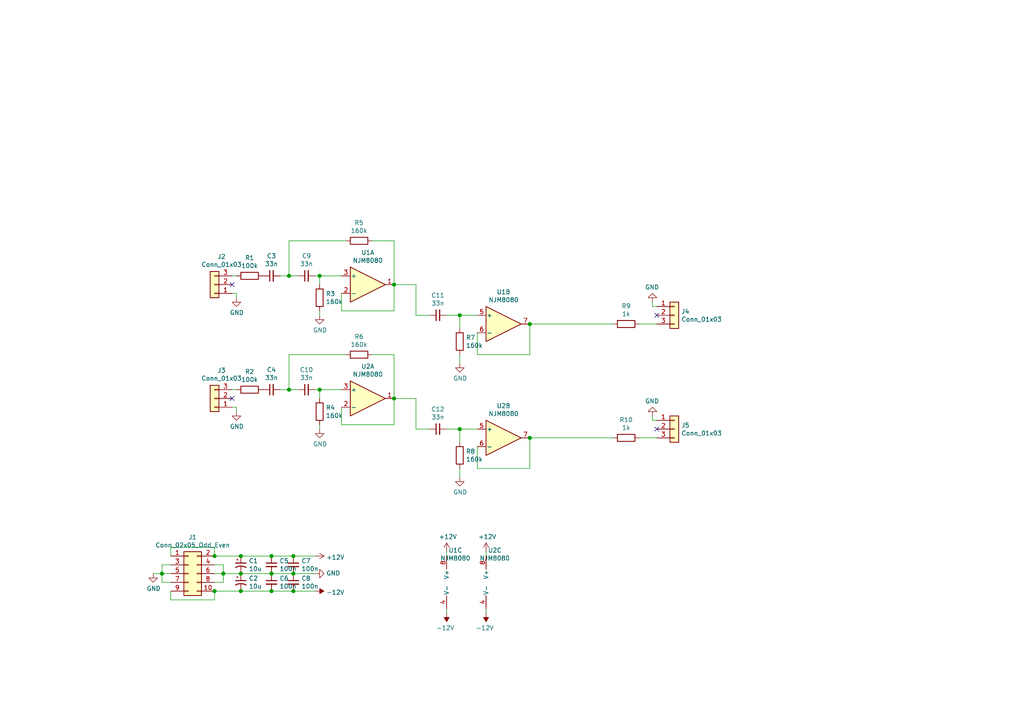
<source format=kicad_sch>
(kicad_sch (version 20200820) (host eeschema "5.99.0-unknown-a97f2fb22~103~ubuntu18.04.1")
  (page 1 1)
  (paper "A4")
  (lib_symbols
    (symbol "Amplifier_Operational:NJM4580" (pin_names (offset 0.127))
      (property "Reference" "U" (at 0 5.08 0))
      (property "Value" "NJM4580" (at 0 -5.08 0))
      (symbol "NJM4580_1_1"
        (polyline (pts (xy -5.08 5.08) (xy 5.08 0) (xy -5.08 -5.08) (xy -5.08 5.08)) (stroke (width 0.254)) (fill (type background)))
        (pin output line (at 7.62 0 180) (length 2.54) (name "~") (number "1"))
        (pin input line (at -7.62 -2.54 0) (length 2.54) (name "-") (number "2"))
        (pin input line (at -7.62 2.54 0) (length 2.54) (name "+") (number "3"))
      )
      (symbol "NJM4580_2_1"
        (polyline (pts (xy -5.08 5.08) (xy 5.08 0) (xy -5.08 -5.08) (xy -5.08 5.08)) (stroke (width 0.254)) (fill (type background)))
        (pin input line (at -7.62 2.54 0) (length 2.54) (name "+") (number "5"))
        (pin input line (at -7.62 -2.54 0) (length 2.54) (name "-") (number "6"))
        (pin output line (at 7.62 0 180) (length 2.54) (name "~") (number "7"))
      )
      (symbol "NJM4580_3_1"
        (pin power_in line (at -2.54 -7.62 90) (length 3.81) (name "V-") (number "4"))
        (pin power_in line (at -2.54 7.62 270) (length 3.81) (name "V+") (number "8"))
      )
    )
    (symbol "Connector_Generic:Conn_01x03" (pin_names hide)
      (property "Reference" "J" (at 0 5.08 0))
      (property "Value" "Conn_01x03" (at 0 -5.08 0))
      (symbol "Conn_01x03_1_1"
        (rectangle (start -1.27 -2.413) (end 0 -2.667) (stroke (width 0.1524)))
        (rectangle (start -1.27 2.667) (end 0 2.413) (stroke (width 0.1524)))
        (rectangle (start -1.27 3.81) (end 1.27 -3.81) (stroke (width 0.254)) (fill (type background)))
        (rectangle (start -1.27 0.127) (end 0 -0.127) (stroke (width 0.1524)))
        (pin passive line (at -5.08 2.54 0) (length 3.81) (name "Pin_1") (number "1"))
        (pin passive line (at -5.08 0 0) (length 3.81) (name "Pin_2") (number "2"))
        (pin passive line (at -5.08 -2.54 0) (length 3.81) (name "Pin_3") (number "3"))
      )
    )
    (symbol "Connector_Generic:Conn_02x05_Odd_Even" (pin_names hide)
      (property "Reference" "J" (at 1.27 7.62 0))
      (property "Value" "Conn_02x05_Odd_Even" (at 1.27 -7.62 0))
      (symbol "Conn_02x05_Odd_Even_1_1"
        (rectangle (start -1.27 -4.953) (end 0 -5.207) (stroke (width 0.1524)))
        (rectangle (start -1.27 -2.413) (end 0 -2.667) (stroke (width 0.1524)))
        (rectangle (start -1.27 2.667) (end 0 2.413) (stroke (width 0.1524)))
        (rectangle (start -1.27 5.207) (end 0 4.953) (stroke (width 0.1524)))
        (rectangle (start -1.27 6.35) (end 3.81 -6.35) (stroke (width 0.254)) (fill (type background)))
        (rectangle (start -1.27 0.127) (end 0 -0.127) (stroke (width 0.1524)))
        (rectangle (start 3.81 -4.953) (end 2.54 -5.207) (stroke (width 0.1524)))
        (rectangle (start 3.81 -2.413) (end 2.54 -2.667) (stroke (width 0.1524)))
        (rectangle (start 3.81 2.667) (end 2.54 2.413) (stroke (width 0.1524)))
        (rectangle (start 3.81 5.207) (end 2.54 4.953) (stroke (width 0.1524)))
        (rectangle (start 3.81 0.127) (end 2.54 -0.127) (stroke (width 0.1524)))
        (pin passive line (at -5.08 5.08 0) (length 3.81) (name "Pin_1") (number "1"))
        (pin passive line (at 7.62 -5.08 180) (length 3.81) (name "Pin_10") (number "10"))
        (pin passive line (at 7.62 5.08 180) (length 3.81) (name "Pin_2") (number "2"))
        (pin passive line (at -5.08 2.54 0) (length 3.81) (name "Pin_3") (number "3"))
        (pin passive line (at 7.62 2.54 180) (length 3.81) (name "Pin_4") (number "4"))
        (pin passive line (at -5.08 0 0) (length 3.81) (name "Pin_5") (number "5"))
        (pin passive line (at 7.62 0 180) (length 3.81) (name "Pin_6") (number "6"))
        (pin passive line (at -5.08 -2.54 0) (length 3.81) (name "Pin_7") (number "7"))
        (pin passive line (at 7.62 -2.54 180) (length 3.81) (name "Pin_8") (number "8"))
        (pin passive line (at -5.08 -5.08 0) (length 3.81) (name "Pin_9") (number "9"))
      )
    )
    (symbol "Device:CP1_Small" (pin_numbers hide) (pin_names (offset 0.254) hide)
      (property "Reference" "C" (at 0.254 1.778 0))
      (property "Value" "CP1_Small" (at 0.254 -2.032 0))
      (symbol "CP1_Small_0_1"
        (arc (start -1.524 -0.762) (end 1.524 -0.762) (radius (at 0 -3.556) (length 3.175) (angles 118.6 61.4)) (stroke (width 0.3048)))
        (polyline (pts (xy -1.524 0.508) (xy 1.524 0.508)) (stroke (width 0.3048)))
        (polyline (pts (xy -1.27 1.524) (xy -0.762 1.524)))
        (polyline (pts (xy -1.016 1.27) (xy -1.016 1.778)))
      )
      (symbol "CP1_Small_1_1"
        (pin passive line (at 0 2.54 270) (length 2.032) (name "~") (number "1"))
        (pin passive line (at 0 -2.54 90) (length 2.032) (name "~") (number "2"))
      )
    )
    (symbol "Device:C_Small" (pin_numbers hide) (pin_names (offset 0.254) hide)
      (property "Reference" "C" (at 0.254 1.778 0))
      (property "Value" "C_Small" (at 0.254 -2.032 0))
      (symbol "C_Small_0_1"
        (polyline (pts (xy -1.524 -0.508) (xy 1.524 -0.508)) (stroke (width 0.3302)))
        (polyline (pts (xy -1.524 0.508) (xy 1.524 0.508)) (stroke (width 0.3048)))
      )
      (symbol "C_Small_1_1"
        (pin passive line (at 0 2.54 270) (length 2.032) (name "~") (number "1"))
        (pin passive line (at 0 -2.54 90) (length 2.032) (name "~") (number "2"))
      )
    )
    (symbol "Device:R" (pin_numbers hide) (pin_names (offset 0))
      (property "Reference" "R" (at 2.032 0 90))
      (property "Value" "R" (at 0 0 90))
      (symbol "R_0_1"
        (rectangle (start -1.016 -2.54) (end 1.016 2.54) (stroke (width 0.254)))
      )
      (symbol "R_1_1"
        (pin passive line (at 0 3.81 270) (length 1.27) (name "~") (number "1"))
        (pin passive line (at 0 -3.81 90) (length 1.27) (name "~") (number "2"))
      )
    )
    (symbol "power:+12V" (power) (pin_names (offset 0))
      (property "Value" "+12V" (at 0 3.556 0))
      (symbol "+12V_0_1"
        (polyline (pts (xy -0.762 1.27) (xy 0 2.54)))
        (polyline (pts (xy 0 0) (xy 0 2.54)))
        (polyline (pts (xy 0 2.54) (xy 0.762 1.27)))
      )
      (symbol "+12V_1_1"
        (pin power_in line (at 0 0 90) (length 0) hide (name "+12V") (number "1"))
      )
    )
    (symbol "power:-12V" (power) (pin_names (offset 0))
      (property "Value" "-12V" (at 0 3.81 0))
      (symbol "-12V_0_1"
        (polyline (pts (xy 0 0) (xy 0 1.27) (xy 0.762 1.27) (xy 0 2.54) (xy -0.762 1.27) (xy 0 1.27)) (fill (type outline)))
      )
      (symbol "-12V_0_0"
        (pin power_in line (at 0 0 90) (length 0) hide (name "-12V") (number "1"))
      )
    )
    (symbol "power:GND" (power) (pin_names (offset 0))
      (property "Value" "GND" (at 0 -3.81 0))
      (symbol "GND_0_1"
        (polyline (pts (xy 0 0) (xy 0 -1.27) (xy 1.27 -1.27) (xy 0 -2.54) (xy -1.27 -1.27) (xy 0 -1.27)))
      )
      (symbol "GND_1_1"
        (pin power_in line (at 0 0 270) (length 0) hide (name "GND") (number "1"))
      )
    )
  )
  (junction (at 46.99 166.37) (diameter 1.016))
  (junction (at 62.23 161.29) (diameter 1.016))
  (junction (at 62.23 171.45) (diameter 1.016))
  (junction (at 64.77 166.37) (diameter 1.016))
  (junction (at 69.85 161.29) (diameter 1.016))
  (junction (at 69.85 166.37) (diameter 1.016))
  (junction (at 69.85 171.45) (diameter 1.016))
  (junction (at 78.74 161.29) (diameter 1.016))
  (junction (at 78.74 166.37) (diameter 1.016))
  (junction (at 78.74 171.45) (diameter 1.016))
  (junction (at 83.82 80.01) (diameter 1.016))
  (junction (at 83.82 113.03) (diameter 1.016))
  (junction (at 85.09 161.29) (diameter 1.016))
  (junction (at 85.09 166.37) (diameter 1.016))
  (junction (at 85.09 171.45) (diameter 1.016))
  (junction (at 92.71 80.01) (diameter 1.016))
  (junction (at 92.71 113.03) (diameter 1.016))
  (junction (at 114.3 82.55) (diameter 1.016))
  (junction (at 114.3 115.57) (diameter 1.016))
  (junction (at 133.35 91.44) (diameter 1.016))
  (junction (at 133.35 124.46) (diameter 1.016))
  (junction (at 153.67 93.98) (diameter 1.016))
  (junction (at 153.67 127) (diameter 1.016))
  (no_connect (at 67.31 82.55))
  (no_connect (at 190.5 124.46))
  (no_connect (at 190.5 91.44))
  (no_connect (at 67.31 115.57))
  (wire (pts (xy 44.45 166.37) (xy 46.99 166.37)))
  (wire (pts (xy 46.99 163.83) (xy 46.99 166.37)))
  (wire (pts (xy 46.99 166.37) (xy 46.99 168.91)))
  (wire (pts (xy 46.99 166.37) (xy 49.53 166.37)))
  (wire (pts (xy 46.99 168.91) (xy 49.53 168.91)))
  (wire (pts (xy 49.53 158.75) (xy 62.23 158.75)))
  (wire (pts (xy 49.53 161.29) (xy 49.53 158.75)))
  (wire (pts (xy 49.53 163.83) (xy 46.99 163.83)))
  (wire (pts (xy 49.53 171.45) (xy 49.53 173.99)))
  (wire (pts (xy 49.53 173.99) (xy 62.23 173.99)))
  (wire (pts (xy 62.23 158.75) (xy 62.23 161.29)))
  (wire (pts (xy 62.23 161.29) (xy 69.85 161.29)))
  (wire (pts (xy 62.23 163.83) (xy 64.77 163.83)))
  (wire (pts (xy 62.23 166.37) (xy 64.77 166.37)))
  (wire (pts (xy 62.23 171.45) (xy 69.85 171.45)))
  (wire (pts (xy 62.23 173.99) (xy 62.23 171.45)))
  (wire (pts (xy 64.77 163.83) (xy 64.77 166.37)))
  (wire (pts (xy 64.77 166.37) (xy 64.77 168.91)))
  (wire (pts (xy 64.77 166.37) (xy 69.85 166.37)))
  (wire (pts (xy 64.77 168.91) (xy 62.23 168.91)))
  (wire (pts (xy 67.31 80.01) (xy 68.58 80.01)))
  (wire (pts (xy 67.31 85.09) (xy 68.58 85.09)))
  (wire (pts (xy 67.31 113.03) (xy 68.58 113.03)))
  (wire (pts (xy 67.31 118.11) (xy 68.58 118.11)))
  (wire (pts (xy 68.58 85.09) (xy 68.58 86.36)))
  (wire (pts (xy 68.58 118.11) (xy 68.58 119.38)))
  (wire (pts (xy 69.85 161.29) (xy 78.74 161.29)))
  (wire (pts (xy 69.85 166.37) (xy 78.74 166.37)))
  (wire (pts (xy 69.85 171.45) (xy 78.74 171.45)))
  (wire (pts (xy 78.74 161.29) (xy 85.09 161.29)))
  (wire (pts (xy 78.74 166.37) (xy 85.09 166.37)))
  (wire (pts (xy 78.74 171.45) (xy 85.09 171.45)))
  (wire (pts (xy 81.28 80.01) (xy 83.82 80.01)))
  (wire (pts (xy 81.28 113.03) (xy 83.82 113.03)))
  (wire (pts (xy 83.82 69.85) (xy 83.82 80.01)))
  (wire (pts (xy 83.82 80.01) (xy 86.36 80.01)))
  (wire (pts (xy 83.82 102.87) (xy 83.82 113.03)))
  (wire (pts (xy 83.82 113.03) (xy 86.36 113.03)))
  (wire (pts (xy 85.09 161.29) (xy 91.44 161.29)))
  (wire (pts (xy 85.09 166.37) (xy 91.44 166.37)))
  (wire (pts (xy 85.09 171.45) (xy 91.44 171.45)))
  (wire (pts (xy 91.44 80.01) (xy 92.71 80.01)))
  (wire (pts (xy 91.44 113.03) (xy 92.71 113.03)))
  (wire (pts (xy 92.71 80.01) (xy 92.71 82.55)))
  (wire (pts (xy 92.71 80.01) (xy 99.06 80.01)))
  (wire (pts (xy 92.71 90.17) (xy 92.71 91.44)))
  (wire (pts (xy 92.71 113.03) (xy 92.71 115.57)))
  (wire (pts (xy 92.71 113.03) (xy 99.06 113.03)))
  (wire (pts (xy 92.71 123.19) (xy 92.71 124.46)))
  (wire (pts (xy 99.06 90.17) (xy 99.06 85.09)))
  (wire (pts (xy 99.06 123.19) (xy 99.06 118.11)))
  (wire (pts (xy 100.33 69.85) (xy 83.82 69.85)))
  (wire (pts (xy 100.33 102.87) (xy 83.82 102.87)))
  (wire (pts (xy 114.3 69.85) (xy 107.95 69.85)))
  (wire (pts (xy 114.3 82.55) (xy 114.3 69.85)))
  (wire (pts (xy 114.3 82.55) (xy 114.3 90.17)))
  (wire (pts (xy 114.3 82.55) (xy 120.65 82.55)))
  (wire (pts (xy 114.3 90.17) (xy 99.06 90.17)))
  (wire (pts (xy 114.3 102.87) (xy 107.95 102.87)))
  (wire (pts (xy 114.3 115.57) (xy 114.3 102.87)))
  (wire (pts (xy 114.3 115.57) (xy 114.3 123.19)))
  (wire (pts (xy 114.3 115.57) (xy 120.65 115.57)))
  (wire (pts (xy 114.3 123.19) (xy 99.06 123.19)))
  (wire (pts (xy 120.65 82.55) (xy 120.65 91.44)))
  (wire (pts (xy 120.65 91.44) (xy 124.46 91.44)))
  (wire (pts (xy 120.65 115.57) (xy 120.65 124.46)))
  (wire (pts (xy 120.65 124.46) (xy 124.46 124.46)))
  (wire (pts (xy 129.54 91.44) (xy 133.35 91.44)))
  (wire (pts (xy 129.54 124.46) (xy 133.35 124.46)))
  (wire (pts (xy 129.54 160.02) (xy 129.54 161.29)))
  (wire (pts (xy 129.54 176.53) (xy 129.54 177.8)))
  (wire (pts (xy 133.35 91.44) (xy 133.35 95.25)))
  (wire (pts (xy 133.35 91.44) (xy 138.43 91.44)))
  (wire (pts (xy 133.35 102.87) (xy 133.35 105.41)))
  (wire (pts (xy 133.35 124.46) (xy 133.35 128.27)))
  (wire (pts (xy 133.35 124.46) (xy 138.43 124.46)))
  (wire (pts (xy 133.35 135.89) (xy 133.35 138.43)))
  (wire (pts (xy 138.43 102.87) (xy 138.43 96.52)))
  (wire (pts (xy 138.43 135.89) (xy 138.43 129.54)))
  (wire (pts (xy 140.97 160.02) (xy 140.97 161.29)))
  (wire (pts (xy 140.97 176.53) (xy 140.97 177.8)))
  (wire (pts (xy 153.67 93.98) (xy 153.67 102.87)))
  (wire (pts (xy 153.67 93.98) (xy 177.8 93.98)))
  (wire (pts (xy 153.67 102.87) (xy 138.43 102.87)))
  (wire (pts (xy 153.67 127) (xy 153.67 135.89)))
  (wire (pts (xy 153.67 127) (xy 177.8 127)))
  (wire (pts (xy 153.67 135.89) (xy 138.43 135.89)))
  (wire (pts (xy 185.42 93.98) (xy 190.5 93.98)))
  (wire (pts (xy 185.42 127) (xy 190.5 127)))
  (wire (pts (xy 189.23 88.9) (xy 189.23 87.63)))
  (wire (pts (xy 189.23 121.92) (xy 189.23 120.65)))
  (wire (pts (xy 190.5 88.9) (xy 189.23 88.9)))
  (wire (pts (xy 190.5 121.92) (xy 189.23 121.92)))
  (symbol (lib_id "power:+12V") (at 91.44 161.29 270) (unit 1)
    (property "Reference" "#PWR04" (effects hide))
    (property "Value" "+12V" (at 94.6151 161.6583 90) (effects (justify left)))
  )
  (symbol (lib_id "power:-12V") (at 91.44 171.45 270) (unit 1)
    (property "Reference" "#PWR06" (effects hide))
    (property "Value" "-12V" (at 94.6151 171.8183 90) (effects (justify left)))
  )
  (symbol (lib_id "power:+12V") (at 129.54 160.02 0) (unit 1)
    (property "Reference" "#PWR09" (effects hide))
    (property "Value" "+12V" (at 129.9083 155.6956 0))
  )
  (symbol (lib_id "power:-12V") (at 129.54 177.8 180) (unit 1)
    (property "Reference" "#PWR010" (effects hide))
    (property "Value" "-12V" (at 129.1717 182.1244 0))
  )
  (symbol (lib_id "power:+12V") (at 140.97 160.02 0) (unit 1)
    (property "Reference" "#PWR013" (effects hide))
    (property "Value" "+12V" (at 141.3383 155.6956 0))
  )
  (symbol (lib_id "power:-12V") (at 140.97 177.8 180) (unit 1)
    (property "Reference" "#PWR014" (effects hide))
    (property "Value" "-12V" (at 140.6017 182.1244 0))
  )
  (symbol (lib_id "power:GND") (at 44.45 166.37 0) (unit 1)
    (property "Reference" "#PWR01" (effects hide))
    (property "Value" "GND" (at 44.5643 170.6944 0))
  )
  (symbol (lib_id "power:GND") (at 68.58 86.36 0) (unit 1)
    (property "Reference" "#PWR02" (effects hide))
    (property "Value" "GND" (at 68.6943 90.6844 0))
  )
  (symbol (lib_id "power:GND") (at 68.58 119.38 0) (unit 1)
    (property "Reference" "#PWR03" (effects hide))
    (property "Value" "GND" (at 68.6943 123.7044 0))
  )
  (symbol (lib_id "power:GND") (at 91.44 166.37 90) (unit 1)
    (property "Reference" "#PWR05" (effects hide))
    (property "Value" "GND" (at 94.6151 166.2557 90) (effects (justify right)))
  )
  (symbol (lib_id "power:GND") (at 92.71 91.44 0) (unit 1)
    (property "Reference" "#PWR07" (effects hide))
    (property "Value" "GND" (at 92.8243 95.7644 0))
  )
  (symbol (lib_id "power:GND") (at 92.71 124.46 0) (unit 1)
    (property "Reference" "#PWR08" (effects hide))
    (property "Value" "GND" (at 92.8243 128.7844 0))
  )
  (symbol (lib_id "power:GND") (at 133.35 105.41 0) (unit 1)
    (property "Reference" "#PWR011" (effects hide))
    (property "Value" "GND" (at 133.4643 109.7344 0))
  )
  (symbol (lib_id "power:GND") (at 133.35 138.43 0) (unit 1)
    (property "Reference" "#PWR012" (effects hide))
    (property "Value" "GND" (at 133.4643 142.7544 0))
  )
  (symbol (lib_id "power:GND") (at 189.23 87.63 180) (unit 1)
    (property "Reference" "#PWR015" (effects hide))
    (property "Value" "GND" (at 189.1157 83.3056 0))
  )
  (symbol (lib_id "power:GND") (at 189.23 120.65 180) (unit 1)
    (property "Reference" "#PWR016" (effects hide))
    (property "Value" "GND" (at 189.1157 116.3256 0))
  )
  (symbol (lib_id "Device:R") (at 72.39 80.01 90) (unit 1)
    (property "Reference" "R1" (at 72.39 74.7838 90))
    (property "Value" "100k" (at 72.39 77.0825 90))
    (property "Footprint" "Resistor_SMD:R_0805_2012Metric_Pad1.15x1.40mm_HandSolder" (effects hide))
  )
  (symbol (lib_id "Device:R") (at 72.39 113.03 90) (unit 1)
    (property "Reference" "R2" (at 72.39 107.8038 90))
    (property "Value" "100k" (at 72.39 110.1025 90))
    (property "Footprint" "Resistor_SMD:R_0805_2012Metric_Pad1.15x1.40mm_HandSolder" (effects hide))
  )
  (symbol (lib_id "Device:R") (at 92.71 86.36 0) (unit 1)
    (property "Reference" "R3" (at 94.4881 85.2106 0) (effects (justify left)))
    (property "Value" "160k" (at 94.4881 87.5093 0) (effects (justify left)))
    (property "Footprint" "Resistor_SMD:R_0805_2012Metric_Pad1.15x1.40mm_HandSolder" (effects hide))
  )
  (symbol (lib_id "Device:R") (at 92.71 119.38 0) (unit 1)
    (property "Reference" "R4" (at 94.4881 118.2306 0) (effects (justify left)))
    (property "Value" "160k" (at 94.4881 120.5293 0) (effects (justify left)))
    (property "Footprint" "Resistor_SMD:R_0805_2012Metric_Pad1.15x1.40mm_HandSolder" (effects hide))
  )
  (symbol (lib_id "Device:R") (at 104.14 69.85 90) (unit 1)
    (property "Reference" "R5" (at 104.14 64.6238 90))
    (property "Value" "160k" (at 104.14 66.9225 90))
    (property "Footprint" "Resistor_SMD:R_0805_2012Metric_Pad1.15x1.40mm_HandSolder" (effects hide))
  )
  (symbol (lib_id "Device:R") (at 104.14 102.87 90) (unit 1)
    (property "Reference" "R6" (at 104.14 97.6438 90))
    (property "Value" "160k" (at 104.14 99.9425 90))
    (property "Footprint" "Resistor_SMD:R_0805_2012Metric_Pad1.15x1.40mm_HandSolder" (effects hide))
  )
  (symbol (lib_id "Device:R") (at 133.35 99.06 0) (unit 1)
    (property "Reference" "R7" (at 135.1281 97.9106 0) (effects (justify left)))
    (property "Value" "160k" (at 135.1281 100.2093 0) (effects (justify left)))
    (property "Footprint" "Resistor_SMD:R_0805_2012Metric_Pad1.15x1.40mm_HandSolder" (effects hide))
  )
  (symbol (lib_id "Device:R") (at 133.35 132.08 0) (unit 1)
    (property "Reference" "R8" (at 135.1281 130.9306 0) (effects (justify left)))
    (property "Value" "160k" (at 135.1281 133.2293 0) (effects (justify left)))
    (property "Footprint" "Resistor_SMD:R_0805_2012Metric_Pad1.15x1.40mm_HandSolder" (effects hide))
  )
  (symbol (lib_id "Device:R") (at 181.61 93.98 90) (unit 1)
    (property "Reference" "R9" (at 181.61 88.7538 90))
    (property "Value" "1k" (at 181.61 91.0525 90))
    (property "Footprint" "Resistor_SMD:R_0805_2012Metric_Pad1.15x1.40mm_HandSolder" (effects hide))
  )
  (symbol (lib_id "Device:R") (at 181.61 127 90) (unit 1)
    (property "Reference" "R10" (at 181.61 121.7738 90))
    (property "Value" "1k" (at 181.61 124.0725 90))
    (property "Footprint" "Resistor_SMD:R_0805_2012Metric_Pad1.15x1.40mm_HandSolder" (effects hide))
  )
  (symbol (lib_id "Device:CP1_Small") (at 69.85 163.83 0) (unit 1)
    (property "Reference" "C1" (at 72.1615 162.6806 0) (effects (justify left)))
    (property "Value" "10u" (at 72.1615 164.9793 0) (effects (justify left)))
    (property "Footprint" "Capacitor_SMD:CP_Elec_4x5.4" (effects hide))
  )
  (symbol (lib_id "Device:CP1_Small") (at 69.85 168.91 0) (unit 1)
    (property "Reference" "C2" (at 72.1615 167.7606 0) (effects (justify left)))
    (property "Value" "10u" (at 72.1615 170.0593 0) (effects (justify left)))
    (property "Footprint" "Capacitor_SMD:CP_Elec_4x5.4" (effects hide))
  )
  (symbol (lib_id "Device:C_Small") (at 78.74 80.01 90) (unit 1)
    (property "Reference" "C3" (at 78.74 74.2377 90))
    (property "Value" "33n" (at 78.74 76.5364 90))
    (property "Footprint" "Capacitor_SMD:C_0805_2012Metric_Pad1.15x1.40mm_HandSolder" (effects hide))
  )
  (symbol (lib_id "Device:C_Small") (at 78.74 113.03 90) (unit 1)
    (property "Reference" "C4" (at 78.74 107.2577 90))
    (property "Value" "33n" (at 78.74 109.5564 90))
    (property "Footprint" "Capacitor_SMD:C_0805_2012Metric_Pad1.15x1.40mm_HandSolder" (effects hide))
  )
  (symbol (lib_id "Device:C_Small") (at 78.74 163.83 0) (unit 1)
    (property "Reference" "C5" (at 81.0642 162.6806 0) (effects (justify left)))
    (property "Value" "100n" (at 81.0642 164.9793 0) (effects (justify left)))
    (property "Footprint" "Capacitor_SMD:C_0805_2012Metric_Pad1.15x1.40mm_HandSolder" (effects hide))
  )
  (symbol (lib_id "Device:C_Small") (at 78.74 168.91 0) (unit 1)
    (property "Reference" "C6" (at 81.0642 167.7606 0) (effects (justify left)))
    (property "Value" "100n" (at 81.0642 170.0593 0) (effects (justify left)))
    (property "Footprint" "Capacitor_SMD:C_0805_2012Metric_Pad1.15x1.40mm_HandSolder" (effects hide))
  )
  (symbol (lib_id "Device:C_Small") (at 85.09 163.83 0) (unit 1)
    (property "Reference" "C7" (at 87.4142 162.6806 0) (effects (justify left)))
    (property "Value" "100n" (at 87.4142 164.9793 0) (effects (justify left)))
    (property "Footprint" "Capacitor_SMD:C_0805_2012Metric_Pad1.15x1.40mm_HandSolder" (effects hide))
  )
  (symbol (lib_id "Device:C_Small") (at 85.09 168.91 0) (unit 1)
    (property "Reference" "C8" (at 87.4142 167.7606 0) (effects (justify left)))
    (property "Value" "100n" (at 87.4142 170.0593 0) (effects (justify left)))
    (property "Footprint" "Capacitor_SMD:C_0805_2012Metric_Pad1.15x1.40mm_HandSolder" (effects hide))
  )
  (symbol (lib_id "Device:C_Small") (at 88.9 80.01 90) (unit 1)
    (property "Reference" "C9" (at 88.9 74.2377 90))
    (property "Value" "33n" (at 88.9 76.5364 90))
    (property "Footprint" "Capacitor_SMD:C_0805_2012Metric_Pad1.15x1.40mm_HandSolder" (effects hide))
  )
  (symbol (lib_id "Device:C_Small") (at 88.9 113.03 90) (unit 1)
    (property "Reference" "C10" (at 88.9 107.2577 90))
    (property "Value" "33n" (at 88.9 109.5564 90))
    (property "Footprint" "Capacitor_SMD:C_0805_2012Metric_Pad1.15x1.40mm_HandSolder" (effects hide))
  )
  (symbol (lib_id "Device:C_Small") (at 127 91.44 90) (unit 1)
    (property "Reference" "C11" (at 127 85.6677 90))
    (property "Value" "33n" (at 127 87.9664 90))
    (property "Footprint" "Capacitor_SMD:C_0805_2012Metric_Pad1.15x1.40mm_HandSolder" (effects hide))
  )
  (symbol (lib_id "Device:C_Small") (at 127 124.46 90) (unit 1)
    (property "Reference" "C12" (at 127 118.6877 90))
    (property "Value" "33n" (at 127 120.9864 90))
    (property "Footprint" "Capacitor_SMD:C_0805_2012Metric_Pad1.15x1.40mm_HandSolder" (effects hide))
  )
  (symbol (lib_id "Amplifier_Operational:NJM4580") (at 132.08 168.91 0) (unit 3)
    (property "Reference" "U1" (at 132.08 159.6198 0))
    (property "Value" "NJM8080" (at 132.08 161.919 0))
    (property "Footprint" "Package_SO:SOP-8_3.9x4.9mm_P1.27mm" (effects hide))
  )
  (symbol (lib_id "Amplifier_Operational:NJM4580") (at 143.51 168.91 0) (unit 3)
    (property "Reference" "U2" (at 143.51 159.6198 0))
    (property "Value" "NJM8080" (at 143.51 161.919 0))
    (property "Footprint" "Package_SO:SOP-8_3.9x4.9mm_P1.27mm" (effects hide))
  )
  (symbol (lib_id "Connector_Generic:Conn_01x03") (at 62.23 82.55 180) (unit 1)
    (property "Reference" "J2" (at 64.262 74.4282 0))
    (property "Value" "Conn_01x03" (at 64.262 76.7269 0))
    (property "Footprint" "akiyuki:THONKICONN" (effects hide))
  )
  (symbol (lib_id "Connector_Generic:Conn_01x03") (at 62.23 115.57 180) (unit 1)
    (property "Reference" "J3" (at 64.262 107.4482 0))
    (property "Value" "Conn_01x03" (at 64.262 109.7469 0))
    (property "Footprint" "akiyuki:THONKICONN" (effects hide))
  )
  (symbol (lib_id "Connector_Generic:Conn_01x03") (at 195.58 91.44 0) (unit 1)
    (property "Reference" "J4" (at 197.6121 90.3414 0) (effects (justify left)))
    (property "Value" "Conn_01x03" (at 197.6121 92.6401 0) (effects (justify left)))
    (property "Footprint" "akiyuki:THONKICONN" (effects hide))
  )
  (symbol (lib_id "Connector_Generic:Conn_01x03") (at 195.58 124.46 0) (unit 1)
    (property "Reference" "J5" (at 197.6121 123.3614 0) (effects (justify left)))
    (property "Value" "Conn_01x03" (at 197.6121 125.6601 0) (effects (justify left)))
    (property "Footprint" "akiyuki:THONKICONN" (effects hide))
  )
  (symbol (lib_id "Amplifier_Operational:NJM4580") (at 106.68 82.55 0) (unit 1)
    (property "Reference" "U1" (at 106.68 73.2598 0))
    (property "Value" "NJM8080" (at 106.68 75.5585 0))
    (property "Footprint" "Package_SO:SOP-8_3.9x4.9mm_P1.27mm" (effects hide))
  )
  (symbol (lib_id "Amplifier_Operational:NJM4580") (at 106.68 115.57 0) (unit 1)
    (property "Reference" "U2" (at 106.68 106.2798 0))
    (property "Value" "NJM8080" (at 106.68 108.5785 0))
    (property "Footprint" "Package_SO:SOP-8_3.9x4.9mm_P1.27mm" (effects hide))
  )
  (symbol (lib_id "Amplifier_Operational:NJM4580") (at 146.05 93.98 0) (unit 2)
    (property "Reference" "U1" (at 146.05 84.6898 0))
    (property "Value" "NJM8080" (at 146.05 86.9885 0))
    (property "Footprint" "Package_SO:SOP-8_3.9x4.9mm_P1.27mm" (effects hide))
  )
  (symbol (lib_id "Amplifier_Operational:NJM4580") (at 146.05 127 0) (unit 2)
    (property "Reference" "U2" (at 146.05 117.7098 0))
    (property "Value" "NJM8080" (at 146.05 120.0085 0))
    (property "Footprint" "Package_SO:SOP-8_3.9x4.9mm_P1.27mm" (effects hide))
  )
  (symbol (lib_id "Connector_Generic:Conn_02x05_Odd_Even") (at 54.61 166.37 0) (unit 1)
    (property "Reference" "J1" (at 55.88 155.8098 0))
    (property "Value" "Conn_02x05_Odd_Even" (at 55.88 158.1085 0))
    (property "Footprint" "4ms-footprints:Euro_Header_10-pin_TH" (effects hide))
  )
)
</source>
